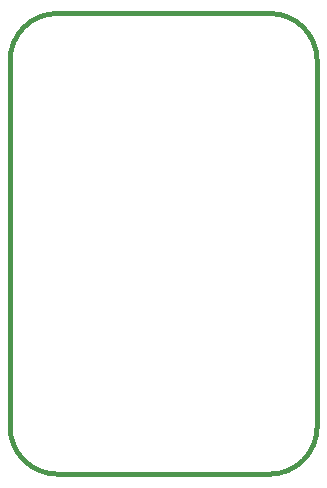
<source format=gbr>
G04 (created by PCBNEW (2013-07-07 BZR 4022)-stable) date 1/5/2015 8:58:25 PM*
%MOIN*%
G04 Gerber Fmt 3.4, Leading zero omitted, Abs format*
%FSLAX34Y34*%
G01*
G70*
G90*
G04 APERTURE LIST*
%ADD10C,0.00590551*%
%ADD11C,0.015*%
G04 APERTURE END LIST*
G54D10*
G54D11*
X1574Y-15354D02*
X8661Y-15354D01*
X0Y-13779D02*
X0Y-1574D01*
X10236Y-13779D02*
X10236Y-1574D01*
X1574Y0D02*
X8661Y0D01*
X0Y-13779D02*
G75*
G03X1574Y-15354I1574J0D01*
G74*
G01*
X10236Y-1574D02*
G75*
G03X8661Y0I-1574J0D01*
G74*
G01*
X8661Y-15354D02*
G75*
G03X10236Y-13779I0J1574D01*
G74*
G01*
X1574Y0D02*
G75*
G03X0Y-1574I0J-1574D01*
G74*
G01*
M02*

</source>
